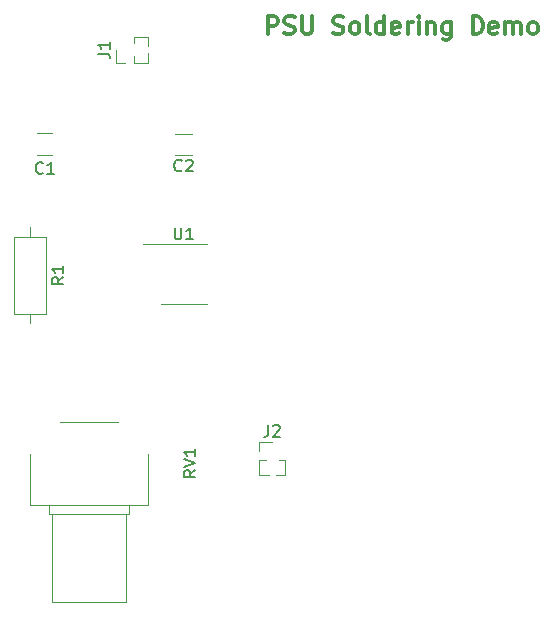
<source format=gbr>
%TF.GenerationSoftware,KiCad,Pcbnew,(5.1.9)-1*%
%TF.CreationDate,2021-08-16T16:35:21-04:00*%
%TF.ProjectId,555-Timer-Soldering-Demo,3535352d-5469-46d6-9572-2d536f6c6465,rev?*%
%TF.SameCoordinates,Original*%
%TF.FileFunction,Legend,Top*%
%TF.FilePolarity,Positive*%
%FSLAX46Y46*%
G04 Gerber Fmt 4.6, Leading zero omitted, Abs format (unit mm)*
G04 Created by KiCad (PCBNEW (5.1.9)-1) date 2021-08-16 16:35:21*
%MOMM*%
%LPD*%
G01*
G04 APERTURE LIST*
%ADD10C,0.299720*%
%ADD11C,0.120000*%
%ADD12C,0.150000*%
G04 APERTURE END LIST*
D10*
X125107142Y-54678571D02*
X125107142Y-53178571D01*
X125678571Y-53178571D01*
X125821428Y-53250000D01*
X125892857Y-53321428D01*
X125964285Y-53464285D01*
X125964285Y-53678571D01*
X125892857Y-53821428D01*
X125821428Y-53892857D01*
X125678571Y-53964285D01*
X125107142Y-53964285D01*
X126535714Y-54607142D02*
X126750000Y-54678571D01*
X127107142Y-54678571D01*
X127250000Y-54607142D01*
X127321428Y-54535714D01*
X127392857Y-54392857D01*
X127392857Y-54250000D01*
X127321428Y-54107142D01*
X127250000Y-54035714D01*
X127107142Y-53964285D01*
X126821428Y-53892857D01*
X126678571Y-53821428D01*
X126607142Y-53750000D01*
X126535714Y-53607142D01*
X126535714Y-53464285D01*
X126607142Y-53321428D01*
X126678571Y-53250000D01*
X126821428Y-53178571D01*
X127178571Y-53178571D01*
X127392857Y-53250000D01*
X128035714Y-53178571D02*
X128035714Y-54392857D01*
X128107142Y-54535714D01*
X128178571Y-54607142D01*
X128321428Y-54678571D01*
X128607142Y-54678571D01*
X128750000Y-54607142D01*
X128821428Y-54535714D01*
X128892857Y-54392857D01*
X128892857Y-53178571D01*
X130678571Y-54607142D02*
X130892857Y-54678571D01*
X131250000Y-54678571D01*
X131392857Y-54607142D01*
X131464285Y-54535714D01*
X131535714Y-54392857D01*
X131535714Y-54250000D01*
X131464285Y-54107142D01*
X131392857Y-54035714D01*
X131250000Y-53964285D01*
X130964285Y-53892857D01*
X130821428Y-53821428D01*
X130750000Y-53750000D01*
X130678571Y-53607142D01*
X130678571Y-53464285D01*
X130750000Y-53321428D01*
X130821428Y-53250000D01*
X130964285Y-53178571D01*
X131321428Y-53178571D01*
X131535714Y-53250000D01*
X132392857Y-54678571D02*
X132250000Y-54607142D01*
X132178571Y-54535714D01*
X132107142Y-54392857D01*
X132107142Y-53964285D01*
X132178571Y-53821428D01*
X132250000Y-53750000D01*
X132392857Y-53678571D01*
X132607142Y-53678571D01*
X132750000Y-53750000D01*
X132821428Y-53821428D01*
X132892857Y-53964285D01*
X132892857Y-54392857D01*
X132821428Y-54535714D01*
X132750000Y-54607142D01*
X132607142Y-54678571D01*
X132392857Y-54678571D01*
X133750000Y-54678571D02*
X133607142Y-54607142D01*
X133535714Y-54464285D01*
X133535714Y-53178571D01*
X134964285Y-54678571D02*
X134964285Y-53178571D01*
X134964285Y-54607142D02*
X134821428Y-54678571D01*
X134535714Y-54678571D01*
X134392857Y-54607142D01*
X134321428Y-54535714D01*
X134250000Y-54392857D01*
X134250000Y-53964285D01*
X134321428Y-53821428D01*
X134392857Y-53750000D01*
X134535714Y-53678571D01*
X134821428Y-53678571D01*
X134964285Y-53750000D01*
X136250000Y-54607142D02*
X136107142Y-54678571D01*
X135821428Y-54678571D01*
X135678571Y-54607142D01*
X135607142Y-54464285D01*
X135607142Y-53892857D01*
X135678571Y-53750000D01*
X135821428Y-53678571D01*
X136107142Y-53678571D01*
X136250000Y-53750000D01*
X136321428Y-53892857D01*
X136321428Y-54035714D01*
X135607142Y-54178571D01*
X136964285Y-54678571D02*
X136964285Y-53678571D01*
X136964285Y-53964285D02*
X137035714Y-53821428D01*
X137107142Y-53750000D01*
X137250000Y-53678571D01*
X137392857Y-53678571D01*
X137892857Y-54678571D02*
X137892857Y-53678571D01*
X137892857Y-53178571D02*
X137821428Y-53250000D01*
X137892857Y-53321428D01*
X137964285Y-53250000D01*
X137892857Y-53178571D01*
X137892857Y-53321428D01*
X138607142Y-53678571D02*
X138607142Y-54678571D01*
X138607142Y-53821428D02*
X138678571Y-53750000D01*
X138821428Y-53678571D01*
X139035714Y-53678571D01*
X139178571Y-53750000D01*
X139250000Y-53892857D01*
X139250000Y-54678571D01*
X140607142Y-53678571D02*
X140607142Y-54892857D01*
X140535714Y-55035714D01*
X140464285Y-55107142D01*
X140321428Y-55178571D01*
X140107142Y-55178571D01*
X139964285Y-55107142D01*
X140607142Y-54607142D02*
X140464285Y-54678571D01*
X140178571Y-54678571D01*
X140035714Y-54607142D01*
X139964285Y-54535714D01*
X139892857Y-54392857D01*
X139892857Y-53964285D01*
X139964285Y-53821428D01*
X140035714Y-53750000D01*
X140178571Y-53678571D01*
X140464285Y-53678571D01*
X140607142Y-53750000D01*
X142464285Y-54678571D02*
X142464285Y-53178571D01*
X142821428Y-53178571D01*
X143035714Y-53250000D01*
X143178571Y-53392857D01*
X143250000Y-53535714D01*
X143321428Y-53821428D01*
X143321428Y-54035714D01*
X143250000Y-54321428D01*
X143178571Y-54464285D01*
X143035714Y-54607142D01*
X142821428Y-54678571D01*
X142464285Y-54678571D01*
X144535714Y-54607142D02*
X144392857Y-54678571D01*
X144107142Y-54678571D01*
X143964285Y-54607142D01*
X143892857Y-54464285D01*
X143892857Y-53892857D01*
X143964285Y-53750000D01*
X144107142Y-53678571D01*
X144392857Y-53678571D01*
X144535714Y-53750000D01*
X144607142Y-53892857D01*
X144607142Y-54035714D01*
X143892857Y-54178571D01*
X145250000Y-54678571D02*
X145250000Y-53678571D01*
X145250000Y-53821428D02*
X145321428Y-53750000D01*
X145464285Y-53678571D01*
X145678571Y-53678571D01*
X145821428Y-53750000D01*
X145892857Y-53892857D01*
X145892857Y-54678571D01*
X145892857Y-53892857D02*
X145964285Y-53750000D01*
X146107142Y-53678571D01*
X146321428Y-53678571D01*
X146464285Y-53750000D01*
X146535714Y-53892857D01*
X146535714Y-54678571D01*
X147464285Y-54678571D02*
X147321428Y-54607142D01*
X147250000Y-54535714D01*
X147178571Y-54392857D01*
X147178571Y-53964285D01*
X147250000Y-53821428D01*
X147321428Y-53750000D01*
X147464285Y-53678571D01*
X147678571Y-53678571D01*
X147821428Y-53750000D01*
X147892857Y-53821428D01*
X147964285Y-53964285D01*
X147964285Y-54392857D01*
X147892857Y-54535714D01*
X147821428Y-54607142D01*
X147678571Y-54678571D01*
X147464285Y-54678571D01*
D11*
%TO.C,C2*%
X118711252Y-63090000D02*
X117288748Y-63090000D01*
X118711252Y-64910000D02*
X117288748Y-64910000D01*
%TO.C,J1*%
X112240000Y-57110000D02*
X112240000Y-56000000D01*
X113000000Y-57110000D02*
X112240000Y-57110000D01*
X113760000Y-55436529D02*
X113760000Y-54890000D01*
X113760000Y-57110000D02*
X113760000Y-56563471D01*
X113760000Y-54890000D02*
X114965000Y-54890000D01*
X113760000Y-57110000D02*
X114965000Y-57110000D01*
X114965000Y-55692470D02*
X114965000Y-54890000D01*
X114965000Y-57110000D02*
X114965000Y-56307530D01*
%TO.C,J2*%
X124390000Y-89240000D02*
X125500000Y-89240000D01*
X124390000Y-90000000D02*
X124390000Y-89240000D01*
X126063471Y-90760000D02*
X126610000Y-90760000D01*
X124390000Y-90760000D02*
X124936529Y-90760000D01*
X126610000Y-90760000D02*
X126610000Y-91965000D01*
X124390000Y-90760000D02*
X124390000Y-91965000D01*
X125807530Y-91965000D02*
X126610000Y-91965000D01*
X124390000Y-91965000D02*
X125192470Y-91965000D01*
%TO.C,R1*%
X105000000Y-79120000D02*
X105000000Y-78350000D01*
X105000000Y-71040000D02*
X105000000Y-71810000D01*
X106370000Y-78350000D02*
X106370000Y-71810000D01*
X103630000Y-78350000D02*
X106370000Y-78350000D01*
X103630000Y-71810000D02*
X103630000Y-78350000D01*
X106370000Y-71810000D02*
X103630000Y-71810000D01*
%TO.C,RV1*%
X113120000Y-102720000D02*
X106880000Y-102720000D01*
X113120000Y-95320000D02*
X106880000Y-95320000D01*
X106880000Y-95320000D02*
X106880000Y-102720000D01*
X113120000Y-95320000D02*
X113120000Y-102720000D01*
X113370000Y-95320000D02*
X106630000Y-95320000D01*
X113370000Y-94520000D02*
X106630000Y-94520000D01*
X106630000Y-94520000D02*
X106630000Y-95320000D01*
X113370000Y-94520000D02*
X113370000Y-95320000D01*
X115021000Y-94520000D02*
X104980000Y-94520000D01*
X112444000Y-87480000D02*
X107555000Y-87480000D01*
X104980000Y-90255000D02*
X104980000Y-94520000D01*
X115021000Y-90255000D02*
X115021000Y-94520000D01*
%TO.C,C1*%
X106879000Y-63080000D02*
X105621000Y-63080000D01*
X106879000Y-64920000D02*
X105621000Y-64920000D01*
%TO.C,U1*%
X118000000Y-72440000D02*
X114550000Y-72440000D01*
X118000000Y-72440000D02*
X119950000Y-72440000D01*
X118000000Y-77560000D02*
X116050000Y-77560000D01*
X118000000Y-77560000D02*
X119950000Y-77560000D01*
%TO.C,C2*%
D12*
X117833333Y-66207142D02*
X117785714Y-66254761D01*
X117642857Y-66302380D01*
X117547619Y-66302380D01*
X117404761Y-66254761D01*
X117309523Y-66159523D01*
X117261904Y-66064285D01*
X117214285Y-65873809D01*
X117214285Y-65730952D01*
X117261904Y-65540476D01*
X117309523Y-65445238D01*
X117404761Y-65350000D01*
X117547619Y-65302380D01*
X117642857Y-65302380D01*
X117785714Y-65350000D01*
X117833333Y-65397619D01*
X118214285Y-65397619D02*
X118261904Y-65350000D01*
X118357142Y-65302380D01*
X118595238Y-65302380D01*
X118690476Y-65350000D01*
X118738095Y-65397619D01*
X118785714Y-65492857D01*
X118785714Y-65588095D01*
X118738095Y-65730952D01*
X118166666Y-66302380D01*
X118785714Y-66302380D01*
%TO.C,J1*%
X110757380Y-56333333D02*
X111471666Y-56333333D01*
X111614523Y-56380952D01*
X111709761Y-56476190D01*
X111757380Y-56619047D01*
X111757380Y-56714285D01*
X111757380Y-55333333D02*
X111757380Y-55904761D01*
X111757380Y-55619047D02*
X110757380Y-55619047D01*
X110900238Y-55714285D01*
X110995476Y-55809523D01*
X111043095Y-55904761D01*
%TO.C,J2*%
X125166666Y-87757380D02*
X125166666Y-88471666D01*
X125119047Y-88614523D01*
X125023809Y-88709761D01*
X124880952Y-88757380D01*
X124785714Y-88757380D01*
X125595238Y-87852619D02*
X125642857Y-87805000D01*
X125738095Y-87757380D01*
X125976190Y-87757380D01*
X126071428Y-87805000D01*
X126119047Y-87852619D01*
X126166666Y-87947857D01*
X126166666Y-88043095D01*
X126119047Y-88185952D01*
X125547619Y-88757380D01*
X126166666Y-88757380D01*
%TO.C,R1*%
X107822380Y-75246666D02*
X107346190Y-75580000D01*
X107822380Y-75818095D02*
X106822380Y-75818095D01*
X106822380Y-75437142D01*
X106870000Y-75341904D01*
X106917619Y-75294285D01*
X107012857Y-75246666D01*
X107155714Y-75246666D01*
X107250952Y-75294285D01*
X107298571Y-75341904D01*
X107346190Y-75437142D01*
X107346190Y-75818095D01*
X107822380Y-74294285D02*
X107822380Y-74865714D01*
X107822380Y-74580000D02*
X106822380Y-74580000D01*
X106965238Y-74675238D01*
X107060476Y-74770476D01*
X107108095Y-74865714D01*
%TO.C,RV1*%
X119002380Y-91595238D02*
X118526190Y-91928571D01*
X119002380Y-92166666D02*
X118002380Y-92166666D01*
X118002380Y-91785714D01*
X118050000Y-91690476D01*
X118097619Y-91642857D01*
X118192857Y-91595238D01*
X118335714Y-91595238D01*
X118430952Y-91642857D01*
X118478571Y-91690476D01*
X118526190Y-91785714D01*
X118526190Y-92166666D01*
X118002380Y-91309523D02*
X119002380Y-90976190D01*
X118002380Y-90642857D01*
X119002380Y-89785714D02*
X119002380Y-90357142D01*
X119002380Y-90071428D02*
X118002380Y-90071428D01*
X118145238Y-90166666D01*
X118240476Y-90261904D01*
X118288095Y-90357142D01*
%TO.C,C1*%
X106083333Y-66407142D02*
X106035714Y-66454761D01*
X105892857Y-66502380D01*
X105797619Y-66502380D01*
X105654761Y-66454761D01*
X105559523Y-66359523D01*
X105511904Y-66264285D01*
X105464285Y-66073809D01*
X105464285Y-65930952D01*
X105511904Y-65740476D01*
X105559523Y-65645238D01*
X105654761Y-65550000D01*
X105797619Y-65502380D01*
X105892857Y-65502380D01*
X106035714Y-65550000D01*
X106083333Y-65597619D01*
X107035714Y-66502380D02*
X106464285Y-66502380D01*
X106750000Y-66502380D02*
X106750000Y-65502380D01*
X106654761Y-65645238D01*
X106559523Y-65740476D01*
X106464285Y-65788095D01*
%TO.C,U1*%
X117238095Y-71052380D02*
X117238095Y-71861904D01*
X117285714Y-71957142D01*
X117333333Y-72004761D01*
X117428571Y-72052380D01*
X117619047Y-72052380D01*
X117714285Y-72004761D01*
X117761904Y-71957142D01*
X117809523Y-71861904D01*
X117809523Y-71052380D01*
X118809523Y-72052380D02*
X118238095Y-72052380D01*
X118523809Y-72052380D02*
X118523809Y-71052380D01*
X118428571Y-71195238D01*
X118333333Y-71290476D01*
X118238095Y-71338095D01*
%TD*%
M02*

</source>
